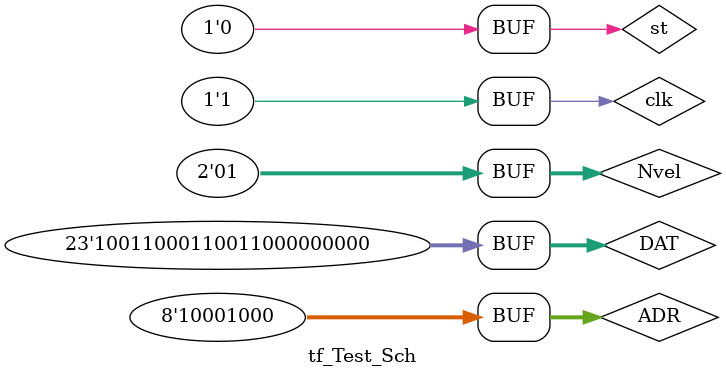
<source format=v>
`timescale 1ns / 1ps


module tf_Test_Sch;

	// Inputs
	reg clk;
	reg [1:0] Nvel;
	reg [7:0] ADR;
	reg [22:0] DAT;
	reg st;

	// Outputs
	wire ce_tx;
	wire TXD1;
	wire TXD0;
	wire SLP;
	wire en_tx_dat;
	wire T_cp_tx;
	wire FT_tx;
	wire SDAT;
	wire QM;
	wire [5:0] cb_bit;
	wire en_tx_word;
	wire [22:0] sr_dat_rx;
	wire [7:0] sr_adr_rx;
	wire ok_rx;

	// Instantiate the Unit Under Test (UUT)
	Test_Sch uut (
		.clk(clk), 
		.ce_tx(ce_tx), 
		.Nvel(Nvel), 
		.TXD1(TXD1), 
		.ADR(ADR), 
		.TXD0(TXD0), 
		.DAT(DAT), 
		.SLP(SLP), 
		.st(st), 
		.en_tx_dat(en_tx_dat), 
		.T_cp_tx(T_cp_tx), 
		.FT_tx(FT_tx), 
		.SDAT(SDAT), 
		.QM(QM), 
		.cb_bit(cb_bit), 
		.en_tx_word(en_tx_word), 
		.sr_dat_rx(sr_dat_rx), 
		.sr_adr_rx(sr_adr_rx), 
		.ok_rx(ok_rx)
	);
	
	parameter Tclk=20; //Tclk=20ns

	always begin clk=1'b0; #(Tclk/2) clk=1'b1; #(Tclk/2); end

	initial begin
		st = 0;
		
		Nvel = 1; ADR = 8'b10001000; DAT = 23'h4C6600;

		
		#1005; st = 1; 
		#20; st = 0;
		
		#25000; st = 1;
		#20; st = 0;
		
		#614965; st = 1;
		#20; st = 0;
		
		#80000; st = 1;
		#20; st = 0;
		
		//#640000 us it takes to finish

	end
      
endmodule


</source>
